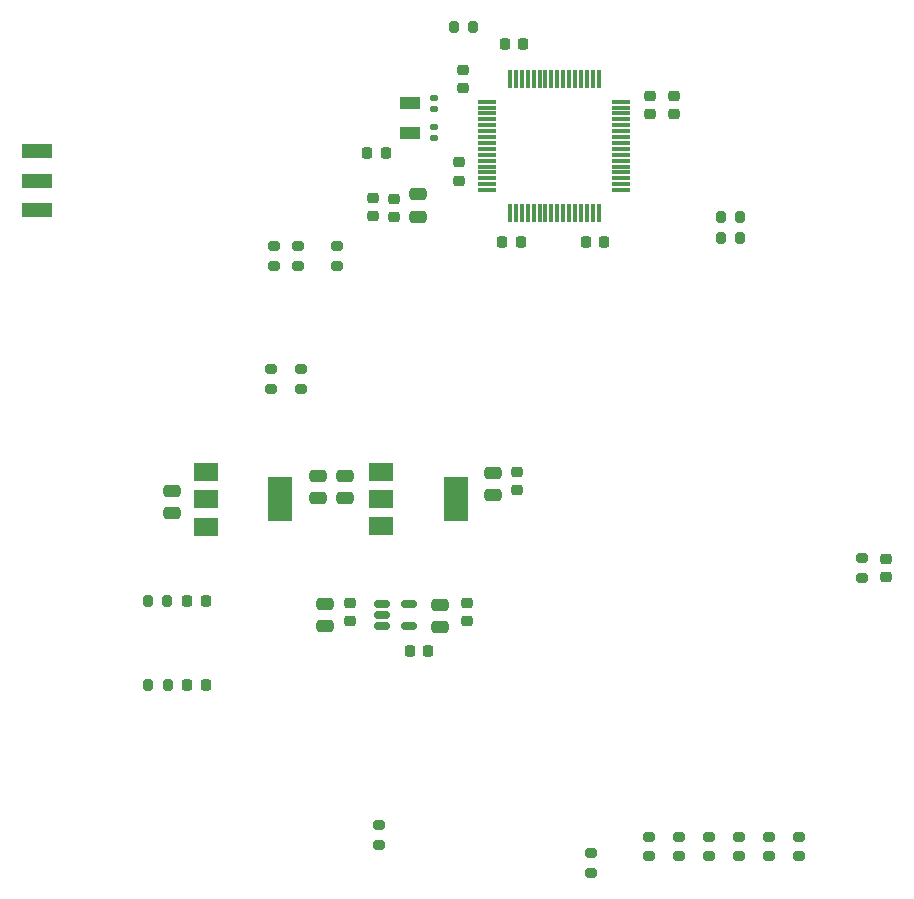
<source format=gbr>
%TF.GenerationSoftware,KiCad,Pcbnew,(6.0.9)*%
%TF.CreationDate,2025-06-16T13:19:02-07:00*%
%TF.ProjectId,STM32L4_breakout,53544d33-324c-4345-9f62-7265616b6f75,rev?*%
%TF.SameCoordinates,Original*%
%TF.FileFunction,Paste,Top*%
%TF.FilePolarity,Positive*%
%FSLAX46Y46*%
G04 Gerber Fmt 4.6, Leading zero omitted, Abs format (unit mm)*
G04 Created by KiCad (PCBNEW (6.0.9)) date 2025-06-16 13:19:02*
%MOMM*%
%LPD*%
G01*
G04 APERTURE LIST*
G04 Aperture macros list*
%AMRoundRect*
0 Rectangle with rounded corners*
0 $1 Rounding radius*
0 $2 $3 $4 $5 $6 $7 $8 $9 X,Y pos of 4 corners*
0 Add a 4 corners polygon primitive as box body*
4,1,4,$2,$3,$4,$5,$6,$7,$8,$9,$2,$3,0*
0 Add four circle primitives for the rounded corners*
1,1,$1+$1,$2,$3*
1,1,$1+$1,$4,$5*
1,1,$1+$1,$6,$7*
1,1,$1+$1,$8,$9*
0 Add four rect primitives between the rounded corners*
20,1,$1+$1,$2,$3,$4,$5,0*
20,1,$1+$1,$4,$5,$6,$7,0*
20,1,$1+$1,$6,$7,$8,$9,0*
20,1,$1+$1,$8,$9,$2,$3,0*%
G04 Aperture macros list end*
%ADD10RoundRect,0.150000X-0.512500X-0.150000X0.512500X-0.150000X0.512500X0.150000X-0.512500X0.150000X0*%
%ADD11RoundRect,0.200000X-0.275000X0.200000X-0.275000X-0.200000X0.275000X-0.200000X0.275000X0.200000X0*%
%ADD12RoundRect,0.218750X0.218750X0.256250X-0.218750X0.256250X-0.218750X-0.256250X0.218750X-0.256250X0*%
%ADD13RoundRect,0.200000X0.275000X-0.200000X0.275000X0.200000X-0.275000X0.200000X-0.275000X-0.200000X0*%
%ADD14RoundRect,0.218750X-0.256250X0.218750X-0.256250X-0.218750X0.256250X-0.218750X0.256250X0.218750X0*%
%ADD15RoundRect,0.250000X0.475000X-0.250000X0.475000X0.250000X-0.475000X0.250000X-0.475000X-0.250000X0*%
%ADD16RoundRect,0.200000X0.200000X0.275000X-0.200000X0.275000X-0.200000X-0.275000X0.200000X-0.275000X0*%
%ADD17RoundRect,0.225000X0.225000X0.250000X-0.225000X0.250000X-0.225000X-0.250000X0.225000X-0.250000X0*%
%ADD18RoundRect,0.225000X0.250000X-0.225000X0.250000X0.225000X-0.250000X0.225000X-0.250000X-0.225000X0*%
%ADD19RoundRect,0.140000X-0.170000X0.140000X-0.170000X-0.140000X0.170000X-0.140000X0.170000X0.140000X0*%
%ADD20RoundRect,0.225000X-0.225000X-0.250000X0.225000X-0.250000X0.225000X0.250000X-0.225000X0.250000X0*%
%ADD21RoundRect,0.225000X-0.250000X0.225000X-0.250000X-0.225000X0.250000X-0.225000X0.250000X0.225000X0*%
%ADD22RoundRect,0.250000X-0.475000X0.250000X-0.475000X-0.250000X0.475000X-0.250000X0.475000X0.250000X0*%
%ADD23RoundRect,0.140000X0.170000X-0.140000X0.170000X0.140000X-0.170000X0.140000X-0.170000X-0.140000X0*%
%ADD24RoundRect,0.200000X-0.200000X-0.275000X0.200000X-0.275000X0.200000X0.275000X-0.200000X0.275000X0*%
%ADD25RoundRect,0.218750X0.256250X-0.218750X0.256250X0.218750X-0.256250X0.218750X-0.256250X-0.218750X0*%
%ADD26R,1.800000X1.000000*%
%ADD27R,2.500000X1.250000*%
%ADD28RoundRect,0.075000X-0.700000X-0.075000X0.700000X-0.075000X0.700000X0.075000X-0.700000X0.075000X0*%
%ADD29RoundRect,0.075000X-0.075000X-0.700000X0.075000X-0.700000X0.075000X0.700000X-0.075000X0.700000X0*%
%ADD30R,2.000000X1.500000*%
%ADD31R,2.000000X3.800000*%
G04 APERTURE END LIST*
D10*
%TO.C,U2*%
X138382500Y-105664000D03*
X138382500Y-106614000D03*
X138382500Y-107564000D03*
X140657500Y-107564000D03*
X140657500Y-105664000D03*
%TD*%
D11*
%TO.C,R15*%
X134620000Y-75375000D03*
X134620000Y-77025000D03*
%TD*%
D12*
%TO.C,D2*%
X123469500Y-112522000D03*
X121894500Y-112522000D03*
%TD*%
D13*
%TO.C,R1*%
X131318000Y-77025000D03*
X131318000Y-75375000D03*
%TD*%
D14*
%TO.C,D1*%
X181102000Y-101828500D03*
X181102000Y-103403500D03*
%TD*%
D12*
%TO.C,D3*%
X123469500Y-105410000D03*
X121894500Y-105410000D03*
%TD*%
D15*
%TO.C,C8*%
X147828000Y-96454000D03*
X147828000Y-94554000D03*
%TD*%
D16*
%TO.C,R3*%
X168719000Y-74676000D03*
X167069000Y-74676000D03*
%TD*%
D15*
%TO.C,C5*%
X135230000Y-96708000D03*
X135230000Y-94808000D03*
%TD*%
D17*
%TO.C,C14*%
X157213000Y-75014000D03*
X155663000Y-75014000D03*
%TD*%
D16*
%TO.C,R19*%
X120268000Y-112522000D03*
X118618000Y-112522000D03*
%TD*%
D13*
%TO.C,R17*%
X179070000Y-103441000D03*
X179070000Y-101791000D03*
%TD*%
D18*
%TO.C,C21*%
X144888000Y-69839000D03*
X144888000Y-68289000D03*
%TD*%
D19*
%TO.C,C11*%
X142788000Y-62804000D03*
X142788000Y-63764000D03*
%TD*%
D13*
%TO.C,R7*%
X161028000Y-127034000D03*
X161028000Y-125384000D03*
%TD*%
%TO.C,R11*%
X171188000Y-127034000D03*
X171188000Y-125384000D03*
%TD*%
D20*
%TO.C,C17*%
X148793000Y-58226000D03*
X150343000Y-58226000D03*
%TD*%
D16*
%TO.C,R2*%
X168719000Y-72898000D03*
X167069000Y-72898000D03*
%TD*%
D13*
%TO.C,R9*%
X166108000Y-127034000D03*
X166108000Y-125384000D03*
%TD*%
D16*
%TO.C,R21*%
X120205000Y-105410000D03*
X118555000Y-105410000D03*
%TD*%
D18*
%TO.C,C10*%
X139446000Y-72911000D03*
X139446000Y-71361000D03*
%TD*%
D21*
%TO.C,C16*%
X161088000Y-62639000D03*
X161088000Y-64189000D03*
%TD*%
D13*
%TO.C,R4*%
X129286000Y-77025000D03*
X129286000Y-75375000D03*
%TD*%
D22*
%TO.C,C2*%
X133604000Y-105664000D03*
X133604000Y-107564000D03*
%TD*%
D11*
%TO.C,R14*%
X138176000Y-124397000D03*
X138176000Y-126047000D03*
%TD*%
D15*
%TO.C,C1*%
X120650000Y-97978000D03*
X120650000Y-96078000D03*
%TD*%
D21*
%TO.C,C4*%
X135710000Y-105585000D03*
X135710000Y-107135000D03*
%TD*%
%TO.C,C9*%
X145616000Y-105585000D03*
X145616000Y-107135000D03*
%TD*%
D13*
%TO.C,R13*%
X156078000Y-128434000D03*
X156078000Y-126784000D03*
%TD*%
D20*
%TO.C,C6*%
X140777000Y-109662000D03*
X142327000Y-109662000D03*
%TD*%
D23*
%TO.C,C12*%
X142788000Y-66244000D03*
X142788000Y-65284000D03*
%TD*%
D15*
%TO.C,C3*%
X132944000Y-96708000D03*
X132944000Y-94808000D03*
%TD*%
D24*
%TO.C,R20*%
X144463000Y-56809000D03*
X146113000Y-56809000D03*
%TD*%
D25*
%TO.C,L1*%
X137668000Y-72860500D03*
X137668000Y-71285500D03*
%TD*%
D26*
%TO.C,X1*%
X140788000Y-65764000D03*
X140788000Y-63264000D03*
%TD*%
D27*
%TO.C,SW1*%
X109143000Y-67350000D03*
X109143000Y-69850000D03*
X109143000Y-72350000D03*
%TD*%
D21*
%TO.C,C19*%
X163138000Y-62639000D03*
X163138000Y-64189000D03*
%TD*%
D17*
%TO.C,C15*%
X138697000Y-67514000D03*
X137147000Y-67514000D03*
%TD*%
D13*
%TO.C,R10*%
X168648000Y-127034000D03*
X168648000Y-125384000D03*
%TD*%
D28*
%TO.C,U4*%
X147303000Y-63134000D03*
X147303000Y-63634000D03*
X147303000Y-64134000D03*
X147303000Y-64634000D03*
X147303000Y-65134000D03*
X147303000Y-65634000D03*
X147303000Y-66134000D03*
X147303000Y-66634000D03*
X147303000Y-67134000D03*
X147303000Y-67634000D03*
X147303000Y-68134000D03*
X147303000Y-68634000D03*
X147303000Y-69134000D03*
X147303000Y-69634000D03*
X147303000Y-70134000D03*
X147303000Y-70634000D03*
D29*
X149228000Y-72559000D03*
X149728000Y-72559000D03*
X150228000Y-72559000D03*
X150728000Y-72559000D03*
X151228000Y-72559000D03*
X151728000Y-72559000D03*
X152228000Y-72559000D03*
X152728000Y-72559000D03*
X153228000Y-72559000D03*
X153728000Y-72559000D03*
X154228000Y-72559000D03*
X154728000Y-72559000D03*
X155228000Y-72559000D03*
X155728000Y-72559000D03*
X156228000Y-72559000D03*
X156728000Y-72559000D03*
D28*
X158653000Y-70634000D03*
X158653000Y-70134000D03*
X158653000Y-69634000D03*
X158653000Y-69134000D03*
X158653000Y-68634000D03*
X158653000Y-68134000D03*
X158653000Y-67634000D03*
X158653000Y-67134000D03*
X158653000Y-66634000D03*
X158653000Y-66134000D03*
X158653000Y-65634000D03*
X158653000Y-65134000D03*
X158653000Y-64634000D03*
X158653000Y-64134000D03*
X158653000Y-63634000D03*
X158653000Y-63134000D03*
D29*
X156728000Y-61209000D03*
X156228000Y-61209000D03*
X155728000Y-61209000D03*
X155228000Y-61209000D03*
X154728000Y-61209000D03*
X154228000Y-61209000D03*
X153728000Y-61209000D03*
X153228000Y-61209000D03*
X152728000Y-61209000D03*
X152228000Y-61209000D03*
X151728000Y-61209000D03*
X151228000Y-61209000D03*
X150728000Y-61209000D03*
X150228000Y-61209000D03*
X149728000Y-61209000D03*
X149228000Y-61209000D03*
%TD*%
D17*
%TO.C,C13*%
X150127000Y-75014000D03*
X148577000Y-75014000D03*
%TD*%
D13*
%TO.C,R5*%
X131572000Y-87439000D03*
X131572000Y-85789000D03*
%TD*%
D15*
%TO.C,C20*%
X141478000Y-72898000D03*
X141478000Y-70998000D03*
%TD*%
D13*
%TO.C,R8*%
X163568000Y-127034000D03*
X163568000Y-125384000D03*
%TD*%
D18*
%TO.C,C18*%
X145288000Y-61989000D03*
X145288000Y-60439000D03*
%TD*%
D13*
%TO.C,R6*%
X129032000Y-87439000D03*
X129032000Y-85789000D03*
%TD*%
D18*
%TO.C,C22*%
X149860000Y-96025000D03*
X149860000Y-94475000D03*
%TD*%
D13*
%TO.C,R12*%
X173728000Y-127034000D03*
X173728000Y-125384000D03*
%TD*%
D30*
%TO.C,U1*%
X123484000Y-94509000D03*
D31*
X129784000Y-96809000D03*
D30*
X123484000Y-96809000D03*
X123484000Y-99109000D03*
%TD*%
D22*
%TO.C,C7*%
X143330000Y-105730000D03*
X143330000Y-107630000D03*
%TD*%
D30*
%TO.C,U3*%
X138328000Y-94474000D03*
X138328000Y-96774000D03*
D31*
X144628000Y-96774000D03*
D30*
X138328000Y-99074000D03*
%TD*%
M02*

</source>
